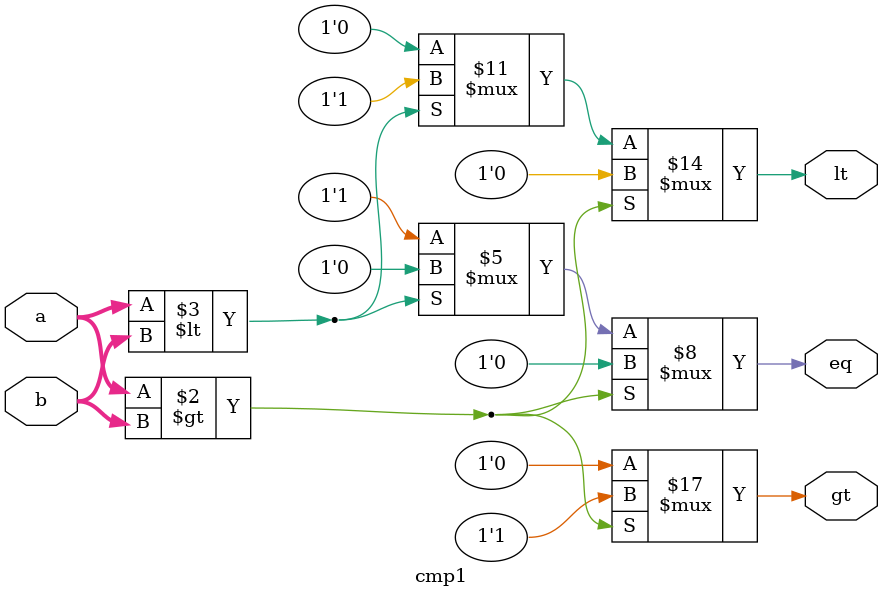
<source format=v>
`timescale 1ns/1ns

module cmp1(a, b, gt, lt, eq);
	input  [7:0] a, b;
	output       gt, lt, eq;
	reg          gt, lt, eq;
	
	always@(a or b) begin
		gt <= 1'b0;
		lt <= 1'b0;
		eq <= 1'b0;
		if(a > b) begin
			gt <= 1'b1;
		end else if(a < b) begin
			lt <= 1'b1;
		end else begin
			eq <= 1'b1;
		end
	end
	
endmodule

</source>
